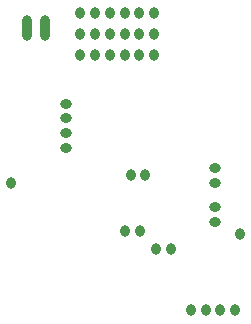
<source format=gbp>
G04 Layer: BottomPasteMaskLayer*
G04 EasyEDA v6.5.40, 2024-02-04 21:12:00*
G04 47bb9c72da8d420c99b3d15ae168fc4e,2e16165ee3bb4678bfb3015e44e098b9,10*
G04 Gerber Generator version 0.2*
G04 Scale: 100 percent, Rotated: No, Reflected: No *
G04 Dimensions in millimeters *
G04 leading zeros omitted , absolute positions ,4 integer and 5 decimal *
%FSLAX45Y45*%
%MOMM*%

%ADD10O,0.7999984X0.9999979999999999*%
%ADD11O,0.7999984X2.1999956000000003*%
%ADD12O,0.9999979999999999X0.7999984*%

%LPD*%
D10*
G01*
X330200Y-1600200D03*
G01*
X2273300Y-2032000D03*
G01*
X1856206Y-2679700D03*
G01*
X1981200Y-2679700D03*
G01*
X2231212Y-2679700D03*
G01*
X2106193Y-2679700D03*
G01*
X1422400Y-2006600D03*
G01*
X1297406Y-2006600D03*
G01*
X1295400Y-342900D03*
G01*
X1170406Y-342900D03*
G01*
X1420393Y-342900D03*
G01*
X1545386Y-342900D03*
G01*
X1045387Y-342900D03*
G01*
X920394Y-342900D03*
G01*
X1295400Y-165100D03*
G01*
X1170406Y-165100D03*
G01*
X1420393Y-165100D03*
G01*
X1545386Y-165100D03*
G01*
X1045387Y-165100D03*
G01*
X920394Y-165100D03*
G01*
X1295400Y-520700D03*
G01*
X1170406Y-520700D03*
G01*
X1420393Y-520700D03*
G01*
X1545386Y-520700D03*
G01*
X1045387Y-520700D03*
G01*
X920394Y-520700D03*
D11*
G01*
X622300Y-292100D03*
G01*
X472287Y-292100D03*
D12*
G01*
X800100Y-929106D03*
G01*
X800100Y-1054100D03*
G01*
X800100Y-1304112D03*
G01*
X800100Y-1179093D03*
G01*
X2057400Y-1803400D03*
G01*
X2057400Y-1928393D03*
D10*
G01*
X1346200Y-1536700D03*
G01*
X1471193Y-1536700D03*
D12*
G01*
X2057400Y-1473200D03*
G01*
X2057400Y-1598193D03*
D10*
G01*
X1562100Y-2159000D03*
G01*
X1687093Y-2159000D03*
M02*

</source>
